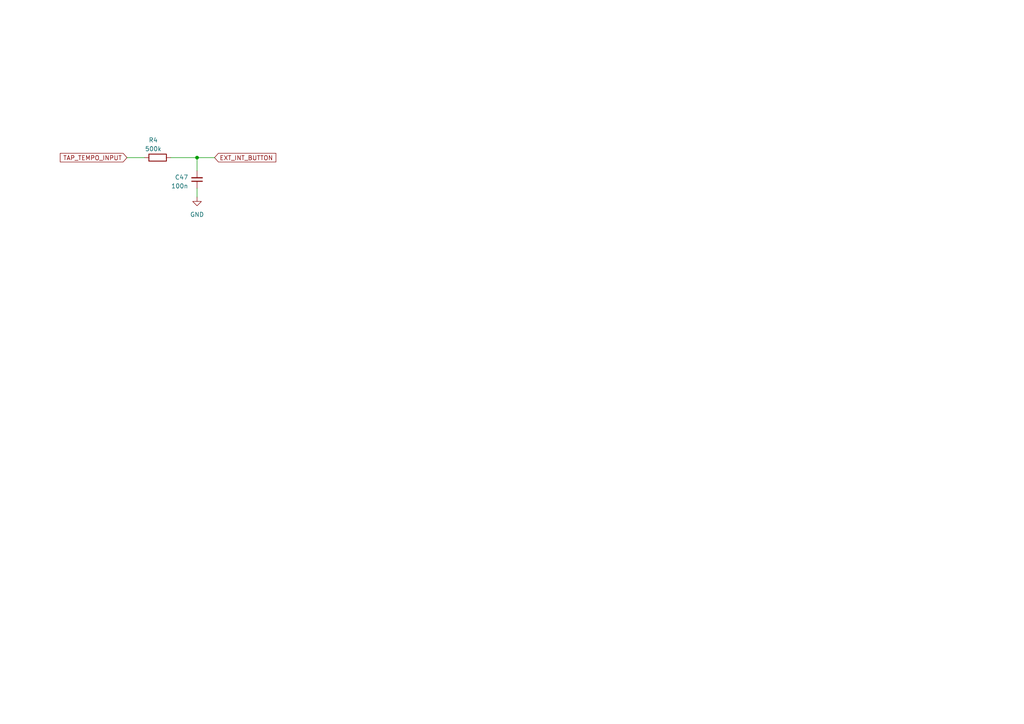
<source format=kicad_sch>
(kicad_sch (version 20230121) (generator eeschema)
  (paper "A4")
  (lib_symbols
    (symbol "Device:C_Small" (pin_numbers hide) (pin_names (offset 0.254) hide)
      (property "Reference" "C" (at 0.254 1.778 0))
      (property "Value" "C_Small" (at 0.254 -2.032 0))
      (symbol "C_Small_0_1"
        (polyline (pts (xy -1.524 -0.508) (xy 1.524 -0.508)) (stroke (width 0.3302)))
        (polyline (pts (xy -1.524 0.508) (xy 1.524 0.508)) (stroke (width 0.3048)))
      )
      (symbol "C_Small_1_1"
        (pin passive line (at 0 2.54 270) (length 2.032) (name "~") (number "1"))
        (pin passive line (at 0 -2.54 90) (length 2.032) (name "~") (number "2"))
      )
    )
    (symbol "Device:R" (pin_numbers hide) (pin_names (offset 0))
      (property "Reference" "R" (at 2.032 0 90))
      (property "Value" "R" (at 0 0 90))
      (symbol "R_0_1"
        (rectangle (start -1.016 -2.54) (end 1.016 2.54) (stroke (width 0.254)))
      )
      (symbol "R_1_1"
        (pin passive line (at 0 3.81 270) (length 1.27) (name "~") (number "1"))
        (pin passive line (at 0 -3.81 90) (length 1.27) (name "~") (number "2"))
      )
    )
    (symbol "power:GND" (power) (pin_names (offset 0))
      (property "Value" "GND" (at 0 -3.81 0))
      (symbol "GND_0_1"
        (polyline (pts (xy 0 0) (xy 0 -1.27) (xy 1.27 -1.27) (xy 0 -2.54) (xy -1.27 -1.27) (xy 0 -1.27)))
      )
      (symbol "GND_1_1"
        (pin power_in line (at 0 0 270) (length 0) hide (name "GND") (number "1"))
      )
    )
  )
  (junction (at 57.15 45.72))
  (wire (pts (xy 36.83 45.72) (xy 41.91 45.72)))
  (wire (pts (xy 57.15 54.61) (xy 57.15 57.15)))
  (wire (pts (xy 49.53 45.72) (xy 57.15 45.72)))
  (wire (pts (xy 57.15 45.72) (xy 57.15 49.53)))
  (wire (pts (xy 57.15 45.72) (xy 62.23 45.72)))
  (global_label "EXT_INT_BUTTON" (shape input) (at 62.23 45.72 0) (property "Intersheetrefs" "${INTERSHEET_REFS}" (effects hide)))
  (global_label "TAP_TEMPO_INPUT" (shape input) (at 36.83 45.72 180) (property "Intersheetrefs" "${INTERSHEET_REFS}" (effects hide)))
  (symbol (lib_id "Device:C_Small") (at 57.15 52.07 0) (mirror x) (unit 1)
    (property "Reference" "C47" (at 54.61 51.4286 0) (effects (justify right)))
    (property "Value" "100n" (at 54.61 53.9686 0) (effects (justify right)))
    (property "Footprint" "Capacitor_SMD:C_0603_1608Metric" (effects hide))
    (instances (project "stm_audio_board_V3" (path "" (reference "C47") (unit 1)) (path "" (reference "C68") (unit 1)) (path "" (reference "C79") (unit 1)) (path "" (reference "C63") (unit 1))))
  )
  (symbol (lib_id "Device:R") (at 45.72 45.72 270) (mirror x) (unit 1)
    (property "Reference" "R4" (at 44.45 40.64 90))
    (property "Value" "500k" (at 44.45 43.18 90))
    (property "Footprint" "Resistor_SMD:R_0805_2012Metric_Pad1.20x1.40mm_HandSolder" (effects hide))
    (instances (project "stm_audio_board_V3" (path "" (reference "R4") (unit 1)) (path "" (reference "R4") (unit 1)) (path "" (reference "R33") (unit 1))))
  )
  (symbol (lib_id "power:GND") (at 57.15 57.15 0) (unit 1)
    (property "Reference" "#PWR043" (effects hide))
    (property "Value" "GND" (at 57.15 62.23 0))
  )
)
</source>
